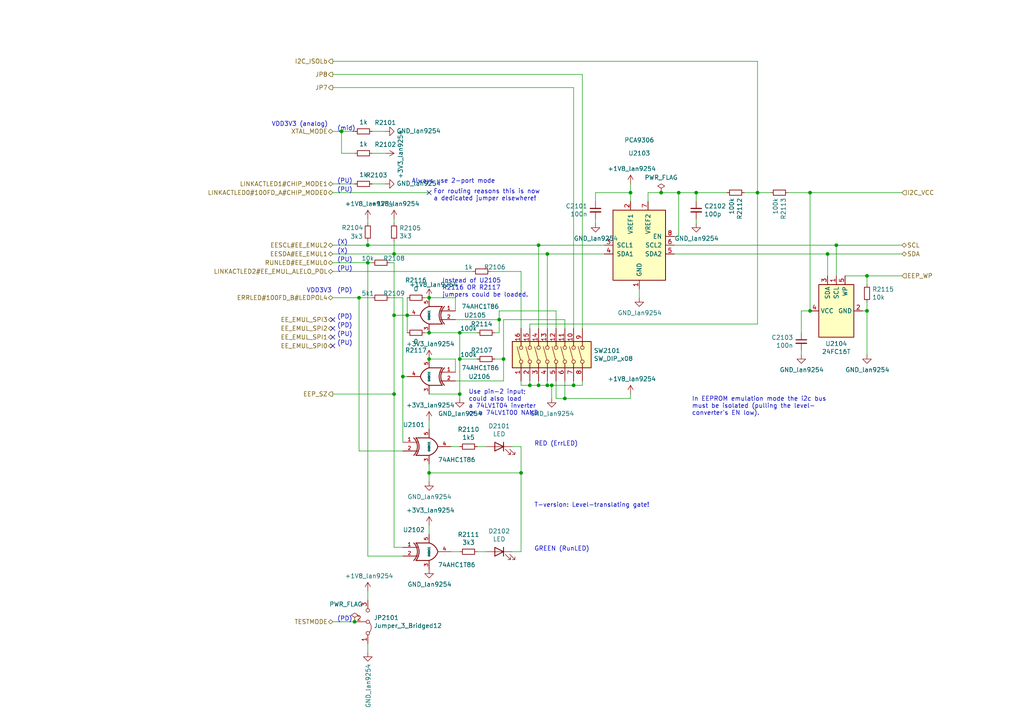
<source format=kicad_sch>
(kicad_sch (version 20211123) (generator eeschema)
  (paper "A4")
  (lib_symbols
    (symbol "Device:C_Small" (pin_numbers hide) (pin_names (offset 0.254) hide)
      (property "Reference" "C" (at 0.254 1.778 0))
      (property "Value" "C_Small" (at 0.254 -2.032 0))
      (symbol "C_Small_0_1"
        (polyline (pts (xy -1.524 -0.508) (xy 1.524 -0.508)) (stroke (width 0.3302)))
        (polyline (pts (xy -1.524 0.508) (xy 1.524 0.508)) (stroke (width 0.3048)))
      )
      (symbol "C_Small_1_1"
        (pin passive line (at 0 2.54 270) (length 2.032) (name "~") (number "1"))
        (pin passive line (at 0 -2.54 90) (length 2.032) (name "~") (number "2"))
      )
    )
    (symbol "Device:LED" (pin_numbers hide) (pin_names (offset 1.016) hide)
      (property "Reference" "D" (at 0 2.54 0))
      (property "Value" "LED" (at 0 -2.54 0))
      (symbol "LED_0_1"
        (polyline (pts (xy -1.27 -1.27) (xy -1.27 1.27)) (stroke (width 0.254)))
        (polyline (pts (xy -1.27 0) (xy 1.27 0)))
        (polyline (pts (xy 1.27 -1.27) (xy 1.27 1.27) (xy -1.27 0) (xy 1.27 -1.27)) (stroke (width 0.254)))
        (polyline (pts (xy -3.048 -0.762) (xy -4.572 -2.286) (xy -3.81 -2.286) (xy -4.572 -2.286) (xy -4.572 -1.524)))
        (polyline (pts (xy -1.778 -0.762) (xy -3.302 -2.286) (xy -2.54 -2.286) (xy -3.302 -2.286) (xy -3.302 -1.524)))
      )
      (symbol "LED_1_1"
        (pin passive line (at -3.81 0 0) (length 2.54) (name "K") (number "1"))
        (pin passive line (at 3.81 0 180) (length 2.54) (name "A") (number "2"))
      )
    )
    (symbol "Device:R_Small" (pin_numbers hide) (pin_names (offset 0.254) hide)
      (property "Reference" "R" (at 0.762 0.508 0))
      (property "Value" "R_Small" (at 0.762 -1.016 0))
      (symbol "R_Small_0_1"
        (rectangle (start -0.762 1.778) (end 0.762 -1.778) (stroke (width 0.2032)))
      )
      (symbol "R_Small_1_1"
        (pin passive line (at 0 2.54 270) (length 0.762) (name "~") (number "1"))
        (pin passive line (at 0 -2.54 90) (length 0.762) (name "~") (number "2"))
      )
    )
    (symbol "Interface:PCA9306" (pin_names (offset 1.016))
      (property "Reference" "U" (at -7.62 11.43 0))
      (property "Value" "PCA9306" (at 5.08 11.43 0))
      (symbol "PCA9306_0_1"
        (rectangle (start -7.62 10.16) (end 7.62 -10.16) (stroke (width 0.254)) (fill (type background)))
      )
      (symbol "PCA9306_1_1"
        (pin power_in line (at 0 -12.7 90) (length 2.54) (name "GND") (number "1"))
        (pin power_in line (at -2.54 12.7 270) (length 2.54) (name "VREF1") (number "2"))
        (pin bidirectional line (at -10.16 0 0) (length 2.54) (name "SCL1") (number "3"))
        (pin bidirectional line (at -10.16 -2.54 0) (length 2.54) (name "SDA1") (number "4"))
        (pin bidirectional line (at 10.16 -2.54 180) (length 2.54) (name "SDA2") (number "5"))
        (pin bidirectional line (at 10.16 0 180) (length 2.54) (name "SCL2") (number "6"))
        (pin power_in line (at 2.54 12.7 270) (length 2.54) (name "VREF2") (number "7"))
        (pin input line (at 10.16 2.54 180) (length 2.54) (name "EN") (number "8"))
      )
    )
    (symbol "Jumper:Jumper_3_Bridged12" (pin_names (offset 0) hide)
      (property "Reference" "JP" (at -2.54 -2.54 0))
      (property "Value" "Jumper_3_Bridged12" (at 0 2.794 0))
      (symbol "Jumper_3_Bridged12_0_0"
        (circle (center -3.302 0) (radius 0.508))
        (circle (center 0 0) (radius 0.508))
        (circle (center 3.302 0) (radius 0.508))
      )
      (symbol "Jumper_3_Bridged12_0_1"
        (arc (start -0.254 0.508) (mid -1.651 0.9912) (end -3.048 0.508))
        (polyline (pts (xy 0 -1.27) (xy 0 -0.508)))
      )
      (symbol "Jumper_3_Bridged12_1_1"
        (pin passive line (at -6.35 0 0) (length 2.54) (name "A") (number "1"))
        (pin passive line (at 0 -3.81 90) (length 2.54) (name "C") (number "2"))
        (pin passive line (at 6.35 0 180) (length 2.54) (name "B") (number "3"))
      )
    )
    (symbol "Switch:SW_DIP_x08" (pin_names (offset 0) hide)
      (property "Reference" "SW" (at 0 13.97 0))
      (property "Value" "SW_DIP_x08" (at 0 -11.43 0))
      (symbol "SW_DIP_x08_0_0"
        (circle (center -2.032 -7.62) (radius 0.508))
        (circle (center -2.032 -5.08) (radius 0.508))
        (circle (center -2.032 -2.54) (radius 0.508))
        (circle (center -2.032 0) (radius 0.508))
        (circle (center -2.032 2.54) (radius 0.508))
        (circle (center -2.032 5.08) (radius 0.508))
        (circle (center -2.032 7.62) (radius 0.508))
        (circle (center -2.032 10.16) (radius 0.508))
        (polyline (pts (xy -1.524 -7.4676) (xy 2.3622 -6.4262)))
        (polyline (pts (xy -1.524 -4.9276) (xy 2.3622 -3.8862)))
        (polyline (pts (xy -1.524 -2.3876) (xy 2.3622 -1.3462)))
        (polyline (pts (xy -1.524 0.127) (xy 2.3622 1.1684)))
        (polyline (pts (xy -1.524 2.667) (xy 2.3622 3.7084)))
        (polyline (pts (xy -1.524 5.207) (xy 2.3622 6.2484)))
        (polyline (pts (xy -1.524 7.747) (xy 2.3622 8.7884)))
        (polyline (pts (xy -1.524 10.287) (xy 2.3622 11.3284)))
        (circle (center 2.032 -7.62) (radius 0.508))
        (circle (center 2.032 -5.08) (radius 0.508))
        (circle (center 2.032 -2.54) (radius 0.508))
        (circle (center 2.032 0) (radius 0.508))
        (circle (center 2.032 2.54) (radius 0.508))
        (circle (center 2.032 5.08) (radius 0.508))
        (circle (center 2.032 7.62) (radius 0.508))
        (circle (center 2.032 10.16) (radius 0.508))
      )
      (symbol "SW_DIP_x08_0_1"
        (rectangle (start -3.81 12.7) (end 3.81 -10.16) (stroke (width 0.254)) (fill (type background)))
      )
      (symbol "SW_DIP_x08_1_1"
        (pin passive line (at -7.62 10.16 0) (length 5.08) (name "~") (number "1"))
        (pin passive line (at 7.62 -5.08 180) (length 5.08) (name "~") (number "10"))
        (pin passive line (at 7.62 -2.54 180) (length 5.08) (name "~") (number "11"))
        (pin passive line (at 7.62 0 180) (length 5.08) (name "~") (number "12"))
        (pin passive line (at 7.62 2.54 180) (length 5.08) (name "~") (number "13"))
        (pin passive line (at 7.62 5.08 180) (length 5.08) (name "~") (number "14"))
        (pin passive line (at 7.62 7.62 180) (length 5.08) (name "~") (number "15"))
        (pin passive line (at 7.62 10.16 180) (length 5.08) (name "~") (number "16"))
        (pin passive line (at -7.62 7.62 0) (length 5.08) (name "~") (number "2"))
        (pin passive line (at -7.62 5.08 0) (length 5.08) (name "~") (number "3"))
        (pin passive line (at -7.62 2.54 0) (length 5.08) (name "~") (number "4"))
        (pin passive line (at -7.62 0 0) (length 5.08) (name "~") (number "5"))
        (pin passive line (at -7.62 -2.54 0) (length 5.08) (name "~") (number "6"))
        (pin passive line (at -7.62 -5.08 0) (length 5.08) (name "~") (number "7"))
        (pin passive line (at -7.62 -7.62 0) (length 5.08) (name "~") (number "8"))
        (pin passive line (at 7.62 -7.62 180) (length 5.08) (name "~") (number "9"))
      )
    )
    (symbol "fmc:24AA0x"
      (property "Reference" "U" (at -7.62 6.35 0))
      (property "Value" "fmc_24AA0x" (at 2.54 -6.35 0))
      (symbol "24AA0x_1_1"
        (rectangle (start -7.62 5.08) (end 7.62 -5.08) (stroke (width 0.254)) (fill (type background)))
        (pin input line (at 10.16 0 180) (length 2.54) (name "SCL") (number "1"))
        (pin power_in line (at 0 -7.62 90) (length 2.54) (name "GND") (number "2"))
        (pin bidirectional line (at 10.16 2.54 180) (length 2.54) (name "SDA") (number "3"))
        (pin power_in line (at 0 7.62 270) (length 2.54) (name "VCC") (number "4"))
        (pin input line (at 10.16 -2.54 180) (length 2.54) (name "WP") (number "5"))
      )
    )
    (symbol "fmc:74AHC1G86" (pin_names (offset 1.016))
      (property "Reference" "U" (at -2.54 3.81 0))
      (property "Value" "fmc_74AHC1G86" (at 0 -3.81 0))
      (symbol "74AHC1G86_0_1"
        (arc (start -4.445 -2.54) (mid -3.3929 0) (end -4.445 2.54) (stroke (width 0.254)))
        (arc (start -3.81 -2.54) (mid -2.919 0) (end -3.81 2.54) (stroke (width 0.254)))
        (arc (start 0 -2.54) (mid 1.5993 -1.6027) (end 2.54 0) (stroke (width 0.254)))
        (polyline (pts (xy -3.81 -1.27) (xy -3.175 -1.27)))
        (polyline (pts (xy -3.81 1.27) (xy -3.175 1.27)))
        (polyline (pts (xy 0 -2.54) (xy -3.81 -2.54)) (stroke (width 0.254)) (fill (type background)))
        (polyline (pts (xy 0 2.54) (xy -3.81 2.54)) (stroke (width 0.254)) (fill (type background)))
        (arc (start 2.54 0) (mid 1.6119 1.6152) (end 0 2.54) (stroke (width 0.254)))
      )
      (symbol "74AHC1G86_1_1"
        (pin input line (at -7.62 1.27 0) (length 3.81) (name "~") (number "1"))
        (pin input line (at -7.62 -1.27 0) (length 3.81) (name "~") (number "2"))
        (pin power_in line (at 0 -5.08 90) (length 2.54) (name "GND") (number "3"))
        (pin output line (at 6.35 0 180) (length 3.81) (name "~") (number "4"))
        (pin power_in line (at 0 5.08 270) (length 2.54) (name "VCC") (number "5"))
      )
    )
    (symbol "lan9254_project:+1V8" (power) (pin_names (offset 0))
      (property "Value" "+1V8" (at 0 3.556 0))
      (symbol "+1V8_0_1"
        (polyline (pts (xy -0.762 1.27) (xy 0 2.54)))
        (polyline (pts (xy 0 0) (xy 0 2.54)))
        (polyline (pts (xy 0 2.54) (xy 0.762 1.27)))
      )
      (symbol "+1V8_1_1"
        (pin power_in line (at 0 0 90) (length 0) hide (name "+1V8_lan9254") (number "1"))
      )
    )
    (symbol "lan9254_project:+3V3" (power) (pin_names (offset 0))
      (property "Value" "+3V3" (at 0 3.556 0))
      (symbol "+3V3_0_1"
        (polyline (pts (xy -0.762 1.27) (xy 0 2.54)))
        (polyline (pts (xy 0 0) (xy 0 2.54)))
        (polyline (pts (xy 0 2.54) (xy 0.762 1.27)))
      )
      (symbol "+3V3_1_1"
        (pin power_in line (at 0 0 90) (length 0) hide (name "+3V3_lan9254") (number "1"))
      )
    )
    (symbol "lan9254_project:GND" (power) (pin_names (offset 0))
      (property "Value" "GND" (at 0 -3.81 0))
      (symbol "GND_0_1"
        (polyline (pts (xy 0 0) (xy 0 -1.27) (xy 1.27 -1.27) (xy 0 -2.54) (xy -1.27 -1.27) (xy 0 -1.27)))
      )
      (symbol "GND_1_1"
        (pin power_in line (at 0 0 270) (length 0) hide (name "GND_lan9254") (number "1"))
      )
    )
    (symbol "power:PWR_FLAG" (power) (pin_numbers hide) (pin_names (offset 0) hide)
      (property "Value" "PWR_FLAG" (at 0 3.81 0))
      (symbol "PWR_FLAG_0_0"
        (pin power_out line (at 0 0 90) (length 0) (name "pwr") (number "1"))
      )
      (symbol "PWR_FLAG_0_1"
        (polyline (pts (xy 0 0) (xy 0 1.27) (xy -1.016 1.905) (xy 0 2.54) (xy 1.016 1.905) (xy 0 1.27)))
      )
    )
  )
  (junction (at 251.46 90.17))
  (junction (at 156.21 111.76))
  (junction (at 240.03 73.66))
  (junction (at 124.46 86.36))
  (junction (at 234.95 90.17))
  (junction (at 242.57 71.12))
  (junction (at 191.77 55.88))
  (junction (at 124.46 104.14))
  (junction (at 144.78 92.71))
  (junction (at 114.3 73.66))
  (junction (at 114.3 91.44))
  (junction (at 133.35 104.14))
  (junction (at 102.87 180.34))
  (junction (at 124.46 96.52))
  (junction (at 106.68 71.12))
  (junction (at 251.46 80.01))
  (junction (at 151.13 137.16))
  (junction (at 153.67 111.76))
  (junction (at 166.37 111.76))
  (junction (at 234.95 55.88))
  (junction (at 106.68 76.2))
  (junction (at 201.93 55.88))
  (junction (at 182.88 55.88))
  (junction (at 158.75 111.76))
  (junction (at 146.05 104.14))
  (junction (at 118.11 91.44))
  (junction (at 163.83 115.57))
  (junction (at 196.85 55.88))
  (junction (at 99.06 38.1))
  (junction (at 116.84 109.22))
  (junction (at 160.02 111.76))
  (junction (at 156.21 71.12))
  (junction (at 158.75 73.66))
  (junction (at 133.35 114.3))
  (junction (at 114.3 114.3))
  (junction (at 104.14 86.36))
  (junction (at 133.35 96.52))
  (junction (at 219.71 55.88))
  (junction (at 124.46 137.16))
  (no_connect (at 124.46 55.88))
  (no_connect (at 96.52 100.33))
  (no_connect (at 96.52 92.71))
  (no_connect (at 96.52 95.25))
  (no_connect (at 96.52 97.79))
  (wire (pts (xy 96.52 114.3) (xy 114.3 114.3)))
  (wire (pts (xy 250.19 90.17) (xy 251.46 90.17)))
  (wire (pts (xy 151.13 160.02) (xy 148.59 160.02)))
  (wire (pts (xy 132.08 104.14) (xy 124.46 104.14)))
  (wire (pts (xy 104.14 86.36) (xy 104.14 130.81)))
  (wire (pts (xy 140.97 160.02) (xy 138.43 160.02)))
  (wire (pts (xy 228.6 55.88) (xy 234.95 55.88)))
  (wire (pts (xy 104.14 86.36) (xy 96.52 86.36)))
  (wire (pts (xy 102.87 38.1) (xy 99.06 38.1)))
  (wire (pts (xy 114.3 73.66) (xy 114.3 69.85)))
  (wire (pts (xy 146.05 104.14) (xy 146.05 110.49)))
  (wire (pts (xy 185.42 83.82) (xy 185.42 86.36)))
  (wire (pts (xy 187.96 55.88) (xy 191.77 55.88)))
  (wire (pts (xy 195.58 71.12) (xy 242.57 71.12)))
  (wire (pts (xy 96.52 73.66) (xy 114.3 73.66)))
  (wire (pts (xy 124.46 134.62) (xy 124.46 137.16)))
  (wire (pts (xy 133.35 96.52) (xy 133.35 104.14)))
  (wire (pts (xy 160.02 111.76) (xy 166.37 111.76)))
  (wire (pts (xy 201.93 55.88) (xy 210.82 55.88)))
  (wire (pts (xy 124.46 96.52) (xy 133.35 96.52)))
  (wire (pts (xy 196.85 55.88) (xy 201.93 55.88)))
  (wire (pts (xy 114.3 158.75) (xy 116.84 158.75)))
  (wire (pts (xy 168.91 21.59) (xy 96.52 21.59)))
  (wire (pts (xy 161.29 115.57) (xy 163.83 115.57)))
  (wire (pts (xy 118.11 86.36) (xy 118.11 91.44)))
  (wire (pts (xy 138.43 104.14) (xy 133.35 104.14)))
  (wire (pts (xy 219.71 55.88) (xy 223.52 55.88)))
  (wire (pts (xy 132.08 107.95) (xy 132.08 104.14)))
  (wire (pts (xy 242.57 71.12) (xy 242.57 80.01)))
  (wire (pts (xy 166.37 95.25) (xy 166.37 25.4)))
  (wire (pts (xy 116.84 109.22) (xy 116.84 128.27)))
  (wire (pts (xy 96.52 71.12) (xy 106.68 71.12)))
  (wire (pts (xy 106.68 76.2) (xy 107.95 76.2)))
  (wire (pts (xy 251.46 80.01) (xy 261.62 80.01)))
  (wire (pts (xy 146.05 92.71) (xy 163.83 92.71)))
  (wire (pts (xy 130.81 160.02) (xy 133.35 160.02)))
  (wire (pts (xy 232.41 90.17) (xy 234.95 90.17)))
  (wire (pts (xy 130.81 129.54) (xy 133.35 129.54)))
  (wire (pts (xy 106.68 76.2) (xy 106.68 161.29)))
  (wire (pts (xy 158.75 111.76) (xy 160.02 111.76)))
  (wire (pts (xy 161.29 90.17) (xy 161.29 95.25)))
  (wire (pts (xy 114.3 114.3) (xy 114.3 158.75)))
  (wire (pts (xy 172.72 64.77) (xy 172.72 63.5)))
  (wire (pts (xy 160.02 111.76) (xy 160.02 115.57)))
  (wire (pts (xy 124.46 137.16) (xy 124.46 139.7)))
  (wire (pts (xy 106.68 69.85) (xy 106.68 71.12)))
  (wire (pts (xy 124.46 114.3) (xy 133.35 114.3)))
  (wire (pts (xy 151.13 137.16) (xy 151.13 160.02)))
  (wire (pts (xy 113.03 86.36) (xy 116.84 86.36)))
  (wire (pts (xy 219.71 55.88) (xy 219.71 93.98)))
  (wire (pts (xy 107.95 38.1) (xy 111.76 38.1)))
  (wire (pts (xy 156.21 110.49) (xy 156.21 111.76)))
  (wire (pts (xy 219.71 17.78) (xy 96.52 17.78)))
  (wire (pts (xy 195.58 68.58) (xy 196.85 68.58)))
  (wire (pts (xy 151.13 111.76) (xy 153.67 111.76)))
  (wire (pts (xy 158.75 110.49) (xy 158.75 111.76)))
  (wire (pts (xy 182.88 115.57) (xy 182.88 114.3)))
  (wire (pts (xy 163.83 115.57) (xy 182.88 115.57)))
  (wire (pts (xy 245.11 80.01) (xy 251.46 80.01)))
  (wire (pts (xy 96.52 53.34) (xy 102.87 53.34)))
  (wire (pts (xy 99.06 44.45) (xy 99.06 38.1)))
  (wire (pts (xy 219.71 55.88) (xy 219.71 17.78)))
  (wire (pts (xy 111.76 44.45) (xy 107.95 44.45)))
  (wire (pts (xy 133.35 104.14) (xy 133.35 114.3)))
  (wire (pts (xy 96.52 76.2) (xy 106.68 76.2)))
  (wire (pts (xy 118.11 91.44) (xy 114.3 91.44)))
  (wire (pts (xy 163.83 110.49) (xy 163.83 115.57)))
  (wire (pts (xy 232.41 96.52) (xy 232.41 90.17)))
  (wire (pts (xy 132.08 110.49) (xy 146.05 110.49)))
  (wire (pts (xy 96.52 78.74) (xy 137.16 78.74)))
  (wire (pts (xy 251.46 87.63) (xy 251.46 90.17)))
  (wire (pts (xy 143.51 96.52) (xy 144.78 96.52)))
  (wire (pts (xy 144.78 96.52) (xy 144.78 92.71)))
  (wire (pts (xy 144.78 92.71) (xy 144.78 90.17)))
  (wire (pts (xy 234.95 55.88) (xy 261.62 55.88)))
  (wire (pts (xy 240.03 73.66) (xy 240.03 80.01)))
  (wire (pts (xy 124.46 152.4) (xy 124.46 154.94)))
  (wire (pts (xy 191.77 55.88) (xy 196.85 55.88)))
  (wire (pts (xy 166.37 25.4) (xy 96.52 25.4)))
  (wire (pts (xy 123.19 86.36) (xy 124.46 86.36)))
  (wire (pts (xy 106.68 161.29) (xy 116.84 161.29)))
  (wire (pts (xy 168.91 111.76) (xy 166.37 111.76)))
  (wire (pts (xy 114.3 73.66) (xy 158.75 73.66)))
  (wire (pts (xy 123.19 96.52) (xy 124.46 96.52)))
  (wire (pts (xy 106.68 171.45) (xy 106.68 173.99)))
  (wire (pts (xy 201.93 64.77) (xy 201.93 63.5)))
  (wire (pts (xy 106.68 71.12) (xy 156.21 71.12)))
  (wire (pts (xy 196.85 68.58) (xy 196.85 55.88)))
  (wire (pts (xy 182.88 53.34) (xy 182.88 55.88)))
  (wire (pts (xy 114.3 91.44) (xy 114.3 114.3)))
  (wire (pts (xy 168.91 95.25) (xy 168.91 21.59)))
  (wire (pts (xy 114.3 76.2) (xy 114.3 91.44)))
  (wire (pts (xy 144.78 90.17) (xy 161.29 90.17)))
  (wire (pts (xy 140.97 129.54) (xy 138.43 129.54)))
  (wire (pts (xy 153.67 93.98) (xy 219.71 93.98)))
  (wire (pts (xy 118.11 96.52) (xy 118.11 91.44)))
  (wire (pts (xy 161.29 110.49) (xy 161.29 115.57)))
  (wire (pts (xy 163.83 92.71) (xy 163.83 95.25)))
  (wire (pts (xy 195.58 73.66) (xy 240.03 73.66)))
  (wire (pts (xy 132.08 86.36) (xy 124.46 86.36)))
  (wire (pts (xy 151.13 129.54) (xy 148.59 129.54)))
  (wire (pts (xy 96.52 180.34) (xy 102.87 180.34)))
  (wire (pts (xy 182.88 55.88) (xy 182.88 58.42)))
  (wire (pts (xy 151.13 78.74) (xy 151.13 95.25)))
  (wire (pts (xy 182.88 55.88) (xy 172.72 55.88)))
  (wire (pts (xy 187.96 55.88) (xy 187.96 58.42)))
  (wire (pts (xy 107.95 86.36) (xy 104.14 86.36)))
  (wire (pts (xy 153.67 95.25) (xy 153.67 93.98)))
  (wire (pts (xy 106.68 186.69) (xy 106.68 189.23)))
  (wire (pts (xy 104.14 130.81) (xy 116.84 130.81)))
  (wire (pts (xy 146.05 104.14) (xy 146.05 92.71)))
  (wire (pts (xy 113.03 76.2) (xy 114.3 76.2)))
  (wire (pts (xy 132.08 90.17) (xy 132.08 86.36)))
  (wire (pts (xy 234.95 55.88) (xy 234.95 90.17)))
  (wire (pts (xy 106.68 63.5) (xy 106.68 64.77)))
  (wire (pts (xy 124.46 137.16) (xy 151.13 137.16)))
  (wire (pts (xy 156.21 111.76) (xy 158.75 111.76)))
  (wire (pts (xy 116.84 109.22) (xy 116.84 86.36)))
  (wire (pts (xy 251.46 90.17) (xy 251.46 102.87)))
  (wire (pts (xy 151.13 110.49) (xy 151.13 111.76)))
  (wire (pts (xy 133.35 115.57) (xy 133.35 114.3)))
  (wire (pts (xy 240.03 73.66) (xy 261.62 73.66)))
  (wire (pts (xy 156.21 71.12) (xy 175.26 71.12)))
  (wire (pts (xy 156.21 95.25) (xy 156.21 71.12)))
  (wire (pts (xy 242.57 71.12) (xy 261.62 71.12)))
  (wire (pts (xy 143.51 104.14) (xy 146.05 104.14)))
  (wire (pts (xy 107.95 53.34) (xy 111.76 53.34)))
  (wire (pts (xy 215.9 55.88) (xy 219.71 55.88)))
  (wire (pts (xy 132.08 92.71) (xy 144.78 92.71)))
  (wire (pts (xy 133.35 96.52) (xy 138.43 96.52)))
  (wire (pts (xy 201.93 58.42) (xy 201.93 55.88)))
  (wire (pts (xy 232.41 102.87) (xy 232.41 101.6)))
  (wire (pts (xy 96.52 55.88) (xy 124.46 55.88)))
  (wire (pts (xy 153.67 110.49) (xy 153.67 111.76)))
  (wire (pts (xy 251.46 82.55) (xy 251.46 80.01)))
  (wire (pts (xy 102.87 44.45) (xy 99.06 44.45)))
  (wire (pts (xy 166.37 110.49) (xy 166.37 111.76)))
  (wire (pts (xy 124.46 121.92) (xy 124.46 124.46)))
  (wire (pts (xy 99.06 38.1) (xy 96.52 38.1)))
  (wire (pts (xy 116.84 109.22) (xy 118.11 109.22)))
  (wire (pts (xy 151.13 129.54) (xy 151.13 137.16)))
  (wire (pts (xy 168.91 110.49) (xy 168.91 111.76)))
  (wire (pts (xy 172.72 55.88) (xy 172.72 58.42)))
  (wire (pts (xy 158.75 95.25) (xy 158.75 73.66)))
  (wire (pts (xy 158.75 73.66) (xy 175.26 73.66)))
  (wire (pts (xy 142.24 78.74) (xy 151.13 78.74)))
  (wire (pts (xy 153.67 111.76) (xy 156.21 111.76)))
  (wire (pts (xy 114.3 63.5) (xy 114.3 64.77)))
  (text "(PU)" (at 97.79 97.79 0) (effects (font (size 1.27 1.27)) (justify left bottom)))
  (text "(X)" (at 97.79 71.12 0) (effects (font (size 1.27 1.27)) (justify left bottom)))
  (text "T-version: Level-translating gate!" (at 154.94 147.32 0) (effects (font (size 1.27 1.27)) (justify left bottom)))
  (text "VDD3V3\n" (at 88.9 85.09 0) (effects (font (size 1.27 1.27)) (justify left bottom)))
  (text "(PD)\n" (at 97.79 85.09 0) (effects (font (size 1.27 1.27)) (justify left bottom)))
  (text "(PD)\n" (at 97.79 92.71 0) (effects (font (size 1.27 1.27)) (justify left bottom)))
  (text "Use pin-2 input;\ncould also load\na 74LV1T04 inverter\nor a 74LV1T00 NAND" (at 135.89 120.65 0) (effects (font (size 1.27 1.27)) (justify left bottom)))
  (text "(PU)" (at 97.79 76.2 0) (effects (font (size 1.27 1.27)) (justify left bottom)))
  (text "VDD3V3 (analog)\n" (at 78.74 36.83 0) (effects (font (size 1.27 1.27)) (justify left bottom)))
  (text "GREEN (RunLED)" (at 154.94 160.02 0) (effects (font (size 1.27 1.27)) (justify left bottom)))
  (text "Always use 2-port mode" (at 119.38 53.34 0) (effects (font (size 1.27 1.27)) (justify left bottom)))
  (text "Instead of U2105\nR2116 OR R2117\njumpers could be loaded." (at 128.27 86.36 0) (effects (font (size 1.27 1.27)) (justify left bottom)))
  (text "(PU)" (at 97.79 55.88 0) (effects (font (size 1.27 1.27)) (justify left bottom)))
  (text "(PU)" (at 97.79 53.34 0) (effects (font (size 1.27 1.27)) (justify left bottom)))
  (text "(PU)" (at 97.79 78.74 0) (effects (font (size 1.27 1.27)) (justify left bottom)))
  (text "RED (ErrLED)" (at 154.94 129.54 0) (effects (font (size 1.27 1.27)) (justify left bottom)))
  (text "(mid)" (at 97.79 38.1 0) (effects (font (size 1.27 1.27)) (justify left bottom)))
  (text "(PU)" (at 97.79 100.33 0) (effects (font (size 1.27 1.27)) (justify left bottom)))
  (text "In EEPROM emulation mode the i2c bus\nmust be isolated (pulling the level-\nconverter's EN low)." (at 200.66 120.65 0) (effects (font (size 1.27 1.27)) (justify left bottom)))
  (text "(PD)" (at 97.79 180.34 0) (effects (font (size 1.27 1.27)) (justify left bottom)))
  (text "(PD)\n" (at 97.79 95.25 0) (effects (font (size 1.27 1.27)) (justify left bottom)))
  (text "For routing reasons this is now\na dedicated jumper elsewhere!" (at 125.73 58.42 0) (effects (font (size 1.27 1.27)) (justify left bottom)))
  (text "(X)" (at 97.79 73.66 0) (effects (font (size 1.27 1.27)) (justify left bottom)))
  (hierarchical_label "JP7" (shape output) (at 96.52 25.4 180))
  (hierarchical_label "EEP_WP" (shape input) (at 261.62 80.01 0))
  (hierarchical_label "EE_EMUL_SPI0" (shape bidirectional) (at 96.52 100.33 180))
  (hierarchical_label "LINKACTLED0#100FD_A#CHIP_MODE0" (shape bidirectional) (at 96.52 55.88 180))
  (hierarchical_label "XTAL_MODE" (shape bidirectional) (at 96.52 38.1 180))
  (hierarchical_label "I2C_VCC" (shape input) (at 261.62 55.88 0))
  (hierarchical_label "LINKACTLED1#CHIP_MODE1" (shape bidirectional) (at 96.52 53.34 180))
  (hierarchical_label "EE_EMUL_SPI1" (shape bidirectional) (at 96.52 97.79 180))
  (hierarchical_label "TESTMODE" (shape bidirectional) (at 96.52 180.34 180))
  (hierarchical_label "SCL" (shape bidirectional) (at 261.62 71.12 0))
  (hierarchical_label "JP8" (shape output) (at 96.52 21.59 180))
  (hierarchical_label "EEP_SZ" (shape output) (at 96.52 114.3 180))
  (hierarchical_label "EE_EMUL_SPI2" (shape bidirectional) (at 96.52 95.25 180))
  (hierarchical_label "SDA" (shape bidirectional) (at 261.62 73.66 0))
  (hierarchical_label "EE_EMUL_SPI3" (shape bidirectional) (at 96.52 92.71 180))
  (hierarchical_label "LINKACTLED2#EE_EMUL_ALELO_POL" (shape bidirectional) (at 96.52 78.74 180))
  (hierarchical_label "ERRLED#100FD_B#LEDPOL4" (shape bidirectional) (at 96.52 86.36 180))
  (hierarchical_label "EESCL#EE_EMUL2" (shape bidirectional) (at 96.52 71.12 180))
  (hierarchical_label "RUNLED#EE_EMUL0" (shape bidirectional) (at 96.52 76.2 180))
  (hierarchical_label "I2C_ISOLb" (shape output) (at 96.52 17.78 180))
  (hierarchical_label "EESDA#EE_EMUL1" (shape bidirectional) (at 96.52 73.66 180))
  (symbol (lib_id "Device:R_Small") (at 105.41 44.45 90)
    (property "Reference" "R2102" (at 111.76 41.91 90))
    (property "Value" "1k" (at 105.41 41.783 90))
    (property "Footprint" "Resistor_SMD:R_0603_1608Metric" (effects hide))
  )
  (symbol (lib_id "lan9254_project:+3V3") (at 111.76 44.45 270)
    (property "Reference" "#PWR?" (effects hide))
    (property "Value" "+3V3" (at 116.1542 44.831 0))
  )
  (symbol (lib_id "Device:R_Small") (at 105.41 53.34 90)
    (property "Reference" "R2103" (at 109.22 50.8 90))
    (property "Value" "1k" (at 105.41 50.673 90))
    (property "Footprint" "Resistor_SMD:R_0603_1608Metric" (effects hide))
  )
  (symbol (lib_id "lan9254_project:GND") (at 111.76 53.34 90)
    (property "Reference" "#PWR?" (effects hide))
    (property "Value" "GND" (at 115.0112 53.213 90) (effects (justify right)))
  )
  (symbol (lib_id "Device:R_Small") (at 106.68 67.31 0)
    (property "Reference" "R2104" (at 99.06 66.04 0) (effects (justify left)))
    (property "Value" "3k3" (at 101.6 68.58 0) (effects (justify left)))
    (property "Footprint" "Resistor_SMD:R_0603_1608Metric" (effects hide))
  )
  (symbol (lib_id "lan9254_project:+1V8") (at 106.68 63.5 0)
    (property "Reference" "#PWR?" (effects hide))
    (property "Value" "+1V8" (at 107.061 59.1058 0))
  )
  (symbol (lib_id "Device:R_Small") (at 114.3 67.31 0)
    (property "Reference" "R2105" (at 115.7986 66.1416 0) (effects (justify left)))
    (property "Value" "3k3" (at 115.7986 68.453 0) (effects (justify left)))
    (property "Footprint" "Resistor_SMD:R_0603_1608Metric" (effects hide))
  )
  (symbol (lib_id "lan9254_project:+1V8") (at 114.3 63.5 0)
    (property "Reference" "#PWR?" (effects hide))
    (property "Value" "+1V8" (at 114.681 59.1058 0))
  )
  (symbol (lib_id "Device:R_Small") (at 105.41 38.1 90)
    (property "Reference" "R2101" (at 111.76 35.56 90))
    (property "Value" "1k" (at 105.41 35.433 90))
    (property "Footprint" "Resistor_SMD:R_0603_1608Metric" (effects hide))
  )
  (symbol (lib_id "lan9254_project:GND") (at 111.76 38.1 90)
    (property "Reference" "#PWR?" (effects hide))
    (property "Value" "GND" (at 115.0112 37.973 90) (effects (justify right)))
  )
  (symbol (lib_id "Switch:SW_DIP_x08") (at 161.29 102.87 90) (unit 1)
    (property "Reference" "SW2101" (at 172.212 101.7016 90) (effects (justify right)))
    (property "Value" "SW_DIP_x08" (at 172.212 104.013 90) (effects (justify right)))
    (property "Footprint" "Button_Switch_SMD:SW_DIP_SPSTx08_Slide_Copal_CHS-08A_W5.08mm_P1.27mm_JPin" (effects hide))
  )
  (symbol (lib_id "Device:R_Small") (at 110.49 76.2 90)
    (property "Reference" "R2108" (at 114.3 74.93 90))
    (property "Value" "10k" (at 106.68 74.93 90))
    (property "Footprint" "Resistor_SMD:R_0603_1608Metric" (effects hide))
  )
  (symbol (lib_id "Device:R_Small") (at 139.7 78.74 90)
    (property "Reference" "R2106" (at 143.51 77.47 90))
    (property "Value" "1k" (at 135.89 77.47 90))
    (property "Footprint" "Resistor_SMD:R_0603_1608Metric" (effects hide))
  )
  (symbol (lib_id "Device:R_Small") (at 110.49 86.36 90)
    (property "Reference" "R2109" (at 114.3 85.09 90))
    (property "Value" "5k1" (at 106.68 85.09 90))
    (property "Footprint" "Resistor_SMD:R_0603_1608Metric" (effects hide))
  )
  (symbol (lib_id "Interface:PCA9306") (at 185.42 71.12 0) (unit 1)
    (property "Reference" "U2103" (at 185.42 44.45 0))
    (property "Value" "PCA9306" (at 185.42 40.64 0))
    (property "Footprint" "Package_SO:TSSOP-8_3x3mm_P0.65mm" (effects hide))
    (property "Datasheet" "http://www.ti.com/lit/ds/symlink/pca9306.pdf" (effects hide))
  )
  (symbol (lib_id "Jumper:Jumper_3_Bridged12") (at 106.68 180.34 270) (mirror x) (unit 1)
    (property "Reference" "JP2101" (at 108.3818 179.1716 90) (effects (justify left)))
    (property "Value" "Jumper_3_Bridged12" (at 108.3818 181.483 90) (effects (justify left)))
    (property "Footprint" "Connector_PinHeader_1.27mm:PinHeader_1x03_P1.27mm_Vertical" (effects hide))
  )
  (symbol (lib_id "lan9254_project:+1V8") (at 182.88 53.34 0)
    (property "Reference" "#PWR?" (effects hide))
    (property "Value" "+1V8" (at 183.261 48.9458 0))
  )
  (symbol (lib_id "lan9254_project:GND") (at 185.42 86.36 0)
    (property "Reference" "#PWR?" (effects hide))
    (property "Value" "GND" (at 185.547 90.7542 0))
  )
  (symbol (lib_id "lan9254_project:GND") (at 160.02 115.57 0)
    (property "Reference" "#PWR?" (effects hide))
    (property "Value" "GND" (at 160.147 119.9642 0))
  )
  (symbol (lib_id "lan9254_project:+1V8") (at 106.68 171.45 0)
    (property "Reference" "#PWR?" (effects hide))
    (property "Value" "+1V8" (at 107.061 167.0558 0))
  )
  (symbol (lib_id "lan9254_project:+3V3") (at 124.46 121.92 0)
    (property "Reference" "#PWR?" (effects hide))
    (property "Value" "+3V3" (at 124.841 117.5258 0))
  )
  (symbol (lib_id "lan9254_project:GND") (at 124.46 139.7 0)
    (property "Reference" "#PWR?" (effects hide))
    (property "Value" "GND" (at 124.587 144.0942 0))
  )
  (symbol (lib_id "Device:R_Small") (at 135.89 129.54 270)
    (property "Reference" "R2110" (at 135.89 124.5616 90))
    (property "Value" "1k5" (at 135.89 126.873 90))
    (property "Footprint" "Resistor_SMD:R_0603_1608Metric" (effects hide))
  )
  (symbol (lib_id "Device:LED") (at 144.78 129.54 0) (mirror y) (unit 1)
    (property "Reference" "D2101" (at 144.78 123.571 0))
    (property "Value" "LED" (at 144.78 125.8824 0))
    (property "Footprint" "LED_SMD:LED_0603_1608Metric" (effects hide))
    (property "Manufacturer" "Wurth" (effects hide))
    (property "Part" "150060RS75000" (effects hide))
  )
  (symbol (lib_id "lan9254_project:GND") (at 124.46 165.1 0)
    (property "Reference" "#PWR?" (effects hide))
    (property "Value" "GND" (at 124.587 169.4942 0))
  )
  (symbol (lib_id "Device:R_Small") (at 135.89 160.02 270)
    (property "Reference" "R2111" (at 135.89 155.0416 90))
    (property "Value" "3k3" (at 135.89 157.353 90))
    (property "Footprint" "Resistor_SMD:R_0603_1608Metric" (effects hide))
  )
  (symbol (lib_id "Device:LED") (at 144.78 160.02 0) (mirror y) (unit 1)
    (property "Reference" "D2102" (at 144.78 154.051 0))
    (property "Value" "LED" (at 144.78 156.3624 0))
    (property "Footprint" "LED_SMD:LED_0603_1608Metric" (effects hide))
    (property "Manufacturer" "Wurth" (effects hide))
    (property "Part" "150060GS75000" (effects hide))
  )
  (symbol (lib_id "Device:R_Small") (at 213.36 55.88 270)
    (property "Reference" "R2112" (at 214.5284 57.3786 0) (effects (justify left)))
    (property "Value" "100k" (at 212.217 57.3786 0) (effects (justify left)))
    (property "Footprint" "Resistor_SMD:R_0603_1608Metric" (effects hide))
  )
  (symbol (lib_id "lan9254_project:GND") (at 106.68 189.23 0)
    (property "Reference" "#PWR?" (effects hide))
    (property "Value" "GND" (at 106.807 192.4812 90) (effects (justify right)))
  )
  (symbol (lib_id "power:PWR_FLAG") (at 102.87 180.34 0) (unit 1)
    (property "Reference" "#FLG?" (effects hide))
    (property "Value" "PWR_FLAG" (at 100.33 175.26 0))
  )
  (symbol (lib_id "power:PWR_FLAG") (at 191.77 55.88 0) (unit 1)
    (property "Reference" "#FLG?" (effects hide))
    (property "Value" "PWR_FLAG" (at 191.77 51.4858 0))
  )
  (symbol (lib_id "fmc:24AA0x") (at 242.57 90.17 90) (unit 1)
    (property "Reference" "U2104" (at 242.57 99.695 90))
    (property "Value" "24FC16T" (at 242.57 102.0064 90))
    (property "Footprint" "Package_TO_SOT_SMD:SOT-23-5" (effects hide))
    (property "Datasheet" "http://ww1.microchip.com/downloads/en/DeviceDoc/21709J.pdf" (effects hide))
  )
  (symbol (lib_id "lan9254_project:GND") (at 251.46 102.87 0)
    (property "Reference" "#PWR?" (effects hide))
    (property "Value" "GND" (at 251.587 107.2642 0))
  )
  (symbol (lib_id "Device:R_Small") (at 226.06 55.88 270)
    (property "Reference" "R2113" (at 227.2284 57.3786 0) (effects (justify left)))
    (property "Value" "100k" (at 224.917 57.3786 0) (effects (justify left)))
    (property "Footprint" "Resistor_SMD:R_0603_1608Metric" (effects hide))
  )
  (symbol (lib_id "Device:C_Small") (at 201.93 60.96 0) (unit 1)
    (property "Reference" "C2102" (at 204.2668 59.7916 0) (effects (justify left)))
    (property "Value" "100p" (at 204.2668 62.103 0) (effects (justify left)))
    (property "Footprint" "Capacitor_SMD:C_0402_1005Metric" (effects hide))
  )
  (symbol (lib_id "lan9254_project:GND") (at 201.93 64.77 0)
    (property "Reference" "#PWR?" (effects hide))
    (property "Value" "GND" (at 202.057 69.1642 0))
  )
  (symbol (lib_id "Device:C_Small") (at 232.41 99.06 0) (mirror y)
    (property "Reference" "C2103" (at 230.0732 97.8916 0) (effects (justify left)))
    (property "Value" "100n" (at 230.0732 100.203 0) (effects (justify left)))
    (property "Footprint" "Capacitor_SMD:C_0402_1005Metric" (effects hide))
  )
  (symbol (lib_id "lan9254_project:GND") (at 232.41 102.87 0)
    (property "Reference" "#PWR?" (effects hide))
    (property "Value" "GND" (at 232.537 107.2642 0))
  )
  (symbol (lib_id "Device:C_Small") (at 172.72 60.96 0) (mirror y)
    (property "Reference" "C2101" (at 170.3832 59.7916 0) (effects (justify left)))
    (property "Value" "100n" (at 170.3832 62.103 0) (effects (justify left)))
    (property "Footprint" "Capacitor_SMD:C_0402_1005Metric" (effects hide))
  )
  (symbol (lib_id "lan9254_project:GND") (at 172.72 64.77 0)
    (property "Reference" "#PWR?" (effects hide))
    (property "Value" "GND" (at 172.847 69.1642 0))
  )
  (symbol (lib_id "fmc:74AHC1G86") (at 124.46 129.54 0) (unit 1)
    (property "Reference" "U2101" (at 116.84 123.19 0) (effects (justify left)))
    (property "Value" "74AHC1T86" (at 127 133.35 0) (effects (justify left)))
    (property "Footprint" "Package_TO_SOT_SMD:SOT-353_SC-70-5" (effects hide))
    (property "Datasheet" "http://www.ti.com/lit/sg/scyt129e/scyt129e.pdf" (effects hide))
  )
  (symbol (lib_id "fmc:74AHC1G86") (at 124.46 160.02 0) (unit 1)
    (property "Reference" "U2102" (at 116.84 153.67 0) (effects (justify left)))
    (property "Value" "74AHC1T86" (at 127 163.83 0) (effects (justify left)))
    (property "Footprint" "Package_TO_SOT_SMD:SOT-353_SC-70-5" (effects hide))
    (property "Datasheet" "http://www.ti.com/lit/sg/scyt129e/scyt129e.pdf" (effects hide))
  )
  (symbol (lib_id "lan9254_project:+3V3") (at 124.46 152.4 0)
    (property "Reference" "#PWR?" (effects hide))
    (property "Value" "+3V3" (at 124.841 148.0058 0))
  )
  (symbol (lib_id "fmc:74AHC1G86") (at 124.46 109.22 0) (mirror y) (unit 1)
    (property "Reference" "U2106" (at 142.24 109.22 0) (effects (justify left)))
    (property "Value" "74AHC1T86" (at 144.78 106.68 0) (effects (justify left)))
    (property "Footprint" "Package_TO_SOT_SMD:SOT-353_SC-70-5" (effects hide))
    (property "Datasheet" "http://www.ti.com/lit/sg/scyt129e/scyt129e.pdf" (effects hide))
  )
  (symbol (lib_id "lan9254_project:+3V3") (at 124.46 104.14 0)
    (property "Reference" "#PWR?" (effects hide))
    (property "Value" "+3V3" (at 124.841 99.7458 0))
  )
  (symbol (lib_id "fmc:74AHC1G86") (at 124.46 91.44 0) (mirror y) (unit 1)
    (property "Reference" "U2105" (at 140.97 91.44 0) (effects (justify left)))
    (property "Value" "74AHC1T86" (at 144.78 88.9 0) (effects (justify left)))
    (property "Footprint" "Package_TO_SOT_SMD:SOT-353_SC-70-5" (effects hide))
    (property "Datasheet" "http://www.ti.com/lit/sg/scyt129e/scyt129e.pdf" (effects hide))
  )
  (symbol (lib_id "Device:R_Small") (at 140.97 96.52 90)
    (property "Reference" "R2114" (at 139.7 93.98 90))
    (property "Value" "100k" (at 135.89 95.25 90))
    (property "Footprint" "Resistor_SMD:R_0603_1608Metric" (effects hide))
  )
  (symbol (lib_id "Device:R_Small") (at 251.46 85.09 0)
    (property "Reference" "R2115" (at 252.9586 83.9216 0) (effects (justify left)))
    (property "Value" "10k" (at 252.9586 86.233 0) (effects (justify left)))
    (property "Footprint" "Resistor_SMD:R_0603_1608Metric" (effects hide))
  )
  (symbol (lib_id "lan9254_project:GND") (at 133.35 115.57 0)
    (property "Reference" "#PWR?" (effects hide))
    (property "Value" "GND" (at 133.477 119.9642 0))
  )
  (symbol (lib_id "Device:R_Small") (at 140.97 104.14 90)
    (property "Reference" "R2107" (at 139.7 101.6 90))
    (property "Value" "100k" (at 135.89 102.87 90))
    (property "Footprint" "Resistor_SMD:R_0603_1608Metric" (effects hide))
  )
  (symbol (lib_id "lan9254_project:+1V8") (at 124.46 86.36 0)
    (property "Reference" "#PWR?" (effects hide))
    (property "Value" "+1V8" (at 125.73 82.55 0))
  )
  (symbol (lib_id "lan9254_project:+1V8") (at 182.88 114.3 0)
    (property "Reference" "#PWR?" (effects hide))
    (property "Value" "+1V8" (at 183.261 109.9058 0))
  )
  (symbol (lib_id "Device:R_Small") (at 120.65 86.36 90)
    (property "Reference" "R2116" (at 120.65 81.28 90))
    (property "Value" "0" (at 120.65 83.82 90))
    (property "Footprint" "Resistor_SMD:R_0603_1608Metric" (effects hide))
  )
  (symbol (lib_id "Device:R_Small") (at 120.65 96.52 90) (mirror x)
    (property "Reference" "R2117" (at 120.65 101.6 90))
    (property "Value" "0" (at 120.65 99.06 90))
    (property "Footprint" "Resistor_SMD:R_0603_1608Metric" (effects hide))
  )
)
</source>
